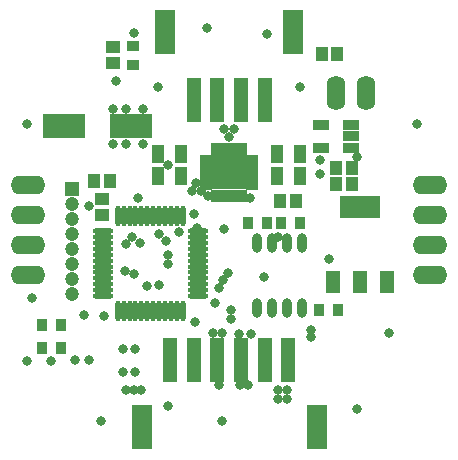
<source format=gts>
G04 Layer_Color=20142*
%FSAX44Y44*%
%MOMM*%
G71*
G01*
G75*
%ADD55R,1.8034X3.7084*%
%ADD56R,1.2192X3.7084*%
%ADD57R,2.8702X2.8702*%
%ADD58R,0.5080X1.0532*%
%ADD59R,1.0532X0.5080*%
%ADD60R,1.1032X1.5532*%
%ADD61R,0.9032X1.1032*%
%ADD62R,1.1032X0.9032*%
%ADD63R,1.1032X1.2032*%
%ADD64R,1.2032X1.1032*%
%ADD65O,0.8032X1.6532*%
%ADD66R,3.4532X1.9032*%
%ADD67R,1.2032X1.9032*%
%ADD68R,1.3716X0.8128*%
%ADD69R,3.6032X2.0032*%
%ADD70O,1.7532X0.4532*%
%ADD71O,0.4532X1.7532*%
%ADD72O,2.9464X1.5748*%
%ADD73O,1.5748X2.9464*%
%ADD74C,1.2032*%
%ADD75R,1.2032X1.2032*%
%ADD76C,0.8382*%
%ADD77C,0.8128*%
D55*
X00116000Y00022850D02*
D03*
X00264000D02*
D03*
X00244000Y00357150D02*
D03*
X00136000D02*
D03*
D56*
X00240000Y00080000D02*
D03*
X00220000D02*
D03*
X00200000D02*
D03*
X00180000D02*
D03*
X00160000D02*
D03*
X00140000D02*
D03*
X00160000Y00300000D02*
D03*
X00180000D02*
D03*
X00200000D02*
D03*
X00220000D02*
D03*
D57*
X00190000Y00238505D02*
D03*
D58*
X00202500Y00218947D02*
D03*
X00197500D02*
D03*
X00192500D02*
D03*
X00187460D02*
D03*
X00182380D02*
D03*
X00177300D02*
D03*
Y00258005D02*
D03*
X00182380D02*
D03*
X00187460D02*
D03*
X00192500D02*
D03*
X00197500D02*
D03*
X00202500D02*
D03*
D59*
X00170442Y00225805D02*
D03*
Y00230885D02*
D03*
Y00235965D02*
D03*
Y00241005D02*
D03*
Y00246005D02*
D03*
Y00251005D02*
D03*
X00209500D02*
D03*
Y00246005D02*
D03*
Y00241005D02*
D03*
Y00235965D02*
D03*
Y00230885D02*
D03*
Y00225805D02*
D03*
D60*
X00230790Y00254505D02*
D03*
X00250290D02*
D03*
X00230790Y00235505D02*
D03*
X00250290D02*
D03*
X00149210Y00254505D02*
D03*
X00129710D02*
D03*
X00149210Y00235505D02*
D03*
X00129710D02*
D03*
D61*
X00031370Y00109220D02*
D03*
X00047370D02*
D03*
X00266320Y00121920D02*
D03*
X00282320D02*
D03*
X00206130Y00195325D02*
D03*
X00222130D02*
D03*
X00250070D02*
D03*
X00234070D02*
D03*
X00047370Y00090170D02*
D03*
X00031370D02*
D03*
D62*
X00108720Y00329565D02*
D03*
Y00345565D02*
D03*
D63*
X00075800Y00231140D02*
D03*
X00089300D02*
D03*
X00268250Y00338505D02*
D03*
X00281750D02*
D03*
X00233280Y00214630D02*
D03*
X00246780D02*
D03*
X00293770Y00228600D02*
D03*
X00280270D02*
D03*
X00293770Y00242570D02*
D03*
X00280270D02*
D03*
D64*
X00082550Y00216300D02*
D03*
Y00202800D02*
D03*
X00091440Y00344570D02*
D03*
Y00331070D02*
D03*
D65*
X00213360Y00123880D02*
D03*
X00226060D02*
D03*
X00238760D02*
D03*
X00251460D02*
D03*
X00213360Y00178380D02*
D03*
X00226060D02*
D03*
X00238760D02*
D03*
X00251460D02*
D03*
D66*
X00300990Y00209550D02*
D03*
D67*
X00323990Y00146050D02*
D03*
X00300990D02*
D03*
X00277990D02*
D03*
D68*
X00293170Y00259588D02*
D03*
Y00269240D02*
D03*
Y00278740D02*
D03*
X00267970D02*
D03*
Y00259588D02*
D03*
D69*
X00050490Y00278130D02*
D03*
X00106990D02*
D03*
D70*
X00082940Y00133790D02*
D03*
Y00138790D02*
D03*
Y00143790D02*
D03*
Y00148790D02*
D03*
Y00153790D02*
D03*
Y00158790D02*
D03*
Y00163790D02*
D03*
Y00168790D02*
D03*
Y00173790D02*
D03*
Y00178790D02*
D03*
Y00183790D02*
D03*
Y00188790D02*
D03*
X00163440D02*
D03*
Y00183790D02*
D03*
Y00178790D02*
D03*
Y00173790D02*
D03*
Y00168790D02*
D03*
Y00163790D02*
D03*
Y00158790D02*
D03*
Y00153790D02*
D03*
Y00148790D02*
D03*
Y00143790D02*
D03*
Y00138790D02*
D03*
Y00133790D02*
D03*
D71*
X00095690Y00201540D02*
D03*
X00100690D02*
D03*
X00105690D02*
D03*
X00110690D02*
D03*
X00115690D02*
D03*
X00120690D02*
D03*
X00125690D02*
D03*
X00130690D02*
D03*
X00135690D02*
D03*
X00140690D02*
D03*
X00145690D02*
D03*
X00150690D02*
D03*
Y00121040D02*
D03*
X00145690D02*
D03*
X00140690D02*
D03*
X00135690D02*
D03*
X00130690D02*
D03*
X00125690D02*
D03*
X00120690D02*
D03*
X00115690D02*
D03*
X00110690D02*
D03*
X00105690D02*
D03*
X00100690D02*
D03*
X00095690D02*
D03*
D72*
X00020000Y00151900D02*
D03*
Y00177300D02*
D03*
Y00202700D02*
D03*
Y00228100D02*
D03*
X00360000D02*
D03*
Y00202700D02*
D03*
Y00177300D02*
D03*
Y00151900D02*
D03*
D73*
X00306070Y00306070D02*
D03*
X00280670D02*
D03*
D74*
X00057150Y00135890D02*
D03*
Y00148590D02*
D03*
Y00161290D02*
D03*
Y00173990D02*
D03*
Y00186690D02*
D03*
Y00199390D02*
D03*
Y00212090D02*
D03*
D75*
Y00224790D02*
D03*
D76*
X00266700Y00237490D02*
D03*
X00071120Y00209804D02*
D03*
X00116840Y00292100D02*
D03*
Y00262890D02*
D03*
X00172502Y00218440D02*
D03*
X00160020Y00203200D02*
D03*
X00161290Y00111760D02*
D03*
X00177800Y00128270D02*
D03*
X00166043Y00222758D02*
D03*
X00162560Y00191770D02*
D03*
X00182500Y00238500D02*
D03*
X00190000Y00246000D02*
D03*
X00197500Y00238500D02*
D03*
X00190000Y00231000D02*
D03*
X00162219Y00229710D02*
D03*
X00158242Y00222758D02*
D03*
X00120650Y00142240D02*
D03*
X00130810Y00143510D02*
D03*
X00101600Y00154940D02*
D03*
X00109220Y00152400D02*
D03*
X00059690Y00080010D02*
D03*
X00114300Y00179070D02*
D03*
X00081280Y00027940D02*
D03*
X00222250Y00355600D02*
D03*
X00129540Y00311150D02*
D03*
X00171450Y00360680D02*
D03*
X00071120Y00080010D02*
D03*
X00325120Y00102870D02*
D03*
X00250190Y00311150D02*
D03*
X00349250Y00279400D02*
D03*
X00019050Y00078740D02*
D03*
X00022860Y00132080D02*
D03*
X00147320Y00187735D02*
D03*
X00102870Y00177800D02*
D03*
X00138430Y00168910D02*
D03*
X00039370Y00078740D02*
D03*
X00184150Y00027940D02*
D03*
X00067310Y00118110D02*
D03*
X00259080Y00105410D02*
D03*
X00231140Y00046990D02*
D03*
Y00054610D02*
D03*
X00199390Y00058420D02*
D03*
X00205740D02*
D03*
X00238760Y00054610D02*
D03*
X00181610Y00058420D02*
D03*
X00238760Y00046990D02*
D03*
X00138430Y00040640D02*
D03*
X00208280Y00101600D02*
D03*
X00102870Y00054610D02*
D03*
X00109220D02*
D03*
X00115570D02*
D03*
X00259080Y00099060D02*
D03*
X00100330Y00088900D02*
D03*
X00110490D02*
D03*
Y00069850D02*
D03*
X00100330D02*
D03*
X00102870Y00292100D02*
D03*
Y00262890D02*
D03*
X00091440D02*
D03*
Y00292100D02*
D03*
X00113030Y00216945D02*
D03*
X00219710Y00149635D02*
D03*
X00138430Y00161290D02*
D03*
X00207780Y00216915D02*
D03*
X00194000Y00275336D02*
D03*
X00186000D02*
D03*
X00190000Y00268224D02*
D03*
X00182500Y00231005D02*
D03*
X00197500D02*
D03*
Y00246005D02*
D03*
X00182500D02*
D03*
X00190000Y00238505D02*
D03*
X00019050Y00279400D02*
D03*
X00138430Y00245110D02*
D03*
X00266700Y00248920D02*
D03*
X00298450Y00251460D02*
D03*
X00093980Y00316005D02*
D03*
X00109220Y00356645D02*
D03*
X00298450Y00038100D02*
D03*
X00083820Y00116840D02*
D03*
X00191770Y00114300D02*
D03*
X00198120Y00101600D02*
D03*
X00176530Y00102616D02*
D03*
X00184150D02*
D03*
X00191770Y00121920D02*
D03*
X00185420Y00190275D02*
D03*
X00231140Y00184150D02*
D03*
X00274320Y00165100D02*
D03*
X00136405Y00180630D02*
D03*
X00130690Y00186435D02*
D03*
X00107950Y00184150D02*
D03*
D77*
X00188730Y00153415D02*
D03*
X00184920Y00147065D02*
D03*
X00181110Y00140715D02*
D03*
M02*

</source>
